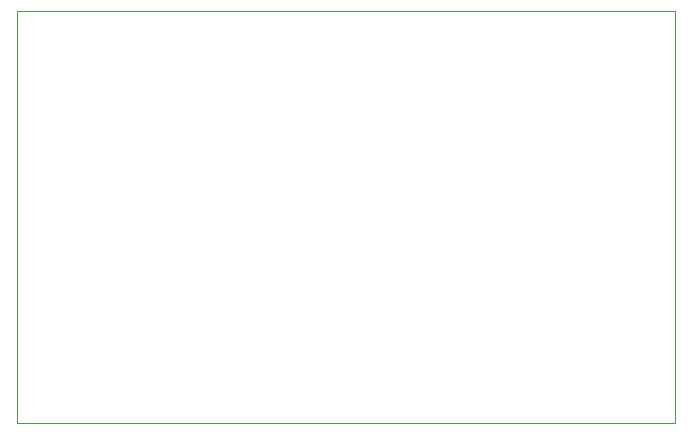
<source format=gm1>
%TF.GenerationSoftware,KiCad,Pcbnew,6.0.8+dfsg-1*%
%TF.CreationDate,2022-10-17T05:11:54+01:00*%
%TF.ProjectId,CapInrushLimBB-rounded,43617049-6e72-4757-9368-4c696d42422d,rev?*%
%TF.SameCoordinates,Original*%
%TF.FileFunction,Profile,NP*%
%FSLAX46Y46*%
G04 Gerber Fmt 4.6, Leading zero omitted, Abs format (unit mm)*
G04 Created by KiCad (PCBNEW 6.0.8+dfsg-1) date 2022-10-17 05:11:54*
%MOMM*%
%LPD*%
G01*
G04 APERTURE LIST*
%TA.AperFunction,Profile*%
%ADD10C,0.100000*%
%TD*%
G04 APERTURE END LIST*
D10*
X207010000Y-125411250D02*
X262731250Y-125411250D01*
X262731250Y-125411250D02*
X262731250Y-160337500D01*
X262731250Y-160337500D02*
X207010000Y-160337500D01*
X207010000Y-160337500D02*
X207010000Y-125411250D01*
M02*

</source>
